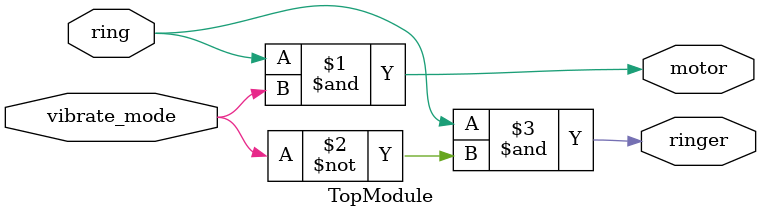
<source format=sv>


module TopModule (
  input ring,
  input vibrate_mode,
  output ringer,
  output motor
);

  assign motor   = ring & vibrate_mode;
  assign ringer  = ring & ~vibrate_mode;

endmodule

</source>
